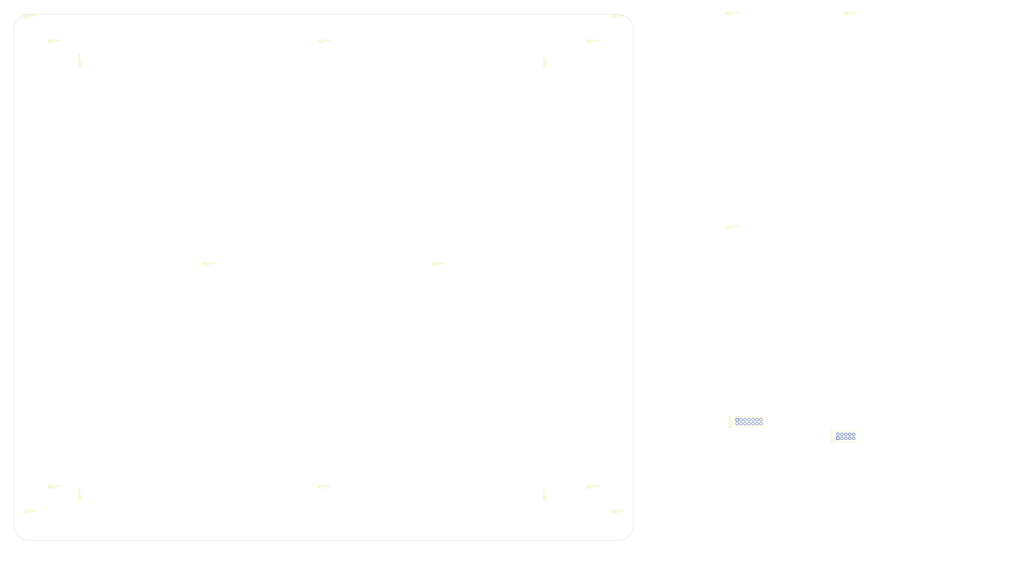
<source format=kicad_pcb>
(kicad_pcb (version 20171130) (host pcbnew 5.1.5+dfsg1-2build2)

  (general
    (thickness 1.6)
    (drawings 110)
    (tracks 0)
    (zones 0)
    (modules 39)
    (nets 1)
  )

  (page A3)
  (title_block
    (title "Democratic Sendcomm")
    (date 2021-01-16)
    (rev 0.9.4)
    (company "Europalab Devices")
    (comment 1 "Copyright © 2021, Europalab Devices")
    (comment 2 "Fulfilling requirements of 20200210")
    (comment 3 "Pending quality assurance testing")
    (comment 4 "Release revision for manufacturing")
  )

  (layers
    (0 F.Cu signal)
    (31 B.Cu signal)
    (34 B.Paste user)
    (35 F.Paste user)
    (36 B.SilkS user)
    (37 F.SilkS user)
    (38 B.Mask user)
    (39 F.Mask user)
    (40 Dwgs.User user)
    (41 Cmts.User user)
    (42 Eco1.User user)
    (43 Eco2.User user)
    (44 Edge.Cuts user)
    (45 Margin user)
    (46 B.CrtYd user)
    (47 F.CrtYd user)
    (48 B.Fab user)
    (49 F.Fab user)
  )

  (setup
    (last_trace_width 0.127)
    (trace_clearance 0.127)
    (zone_clearance 0.508)
    (zone_45_only no)
    (trace_min 0.127)
    (via_size 0.6)
    (via_drill 0.2)
    (via_min_size 0.6)
    (via_min_drill 0.2)
    (uvia_size 0.45)
    (uvia_drill 0.1)
    (uvias_allowed no)
    (uvia_min_size 0.45)
    (uvia_min_drill 0.1)
    (edge_width 0.1)
    (segment_width 0.1)
    (pcb_text_width 0.25)
    (pcb_text_size 1 1)
    (mod_edge_width 0.15)
    (mod_text_size 1 1)
    (mod_text_width 0.15)
    (pad_size 1.95 0.6)
    (pad_drill 0)
    (pad_to_mask_clearance 0)
    (aux_axis_origin 0 0)
    (visible_elements 7FFFF7FF)
    (pcbplotparams
      (layerselection 0x313fc_ffffffff)
      (usegerberextensions true)
      (usegerberattributes false)
      (usegerberadvancedattributes false)
      (creategerberjobfile false)
      (excludeedgelayer true)
      (linewidth 0.150000)
      (plotframeref false)
      (viasonmask false)
      (mode 1)
      (useauxorigin false)
      (hpglpennumber 1)
      (hpglpenspeed 20)
      (hpglpendiameter 15.000000)
      (psnegative false)
      (psa4output false)
      (plotreference true)
      (plotvalue true)
      (plotinvisibletext false)
      (padsonsilk false)
      (subtractmaskfromsilk false)
      (outputformat 1)
      (mirror false)
      (drillshape 0)
      (scaleselection 1)
      (outputdirectory "fabpanel"))
  )

  (net 0 "")

  (net_class Default "This is the default net class."
    (clearance 0.127)
    (trace_width 0.127)
    (via_dia 0.6)
    (via_drill 0.2)
    (uvia_dia 0.45)
    (uvia_drill 0.1)
  )

  (net_class Power ""
    (clearance 0.2)
    (trace_width 0.5)
    (via_dia 1)
    (via_drill 0.7)
    (uvia_dia 0.5)
    (uvia_drill 0.1)
  )

  (module Connector_PinHeader_1.27mm:PinHeader_2x05_P1.27mm_Vertical (layer F.Cu) (tedit 59FED6E3) (tstamp 5FFE09FD)
    (at 366 187 90)
    (descr "Through hole straight pin header, 2x05, 1.27mm pitch, double rows")
    (tags "Through hole pin header THT 2x05 1.27mm double row")
    (fp_text reference REF** (at 0.635 -1.695 90) (layer F.SilkS)
      (effects (font (size 1 1) (thickness 0.15)))
    )
    (fp_text value PinHeader_2x05_P1.27mm_Vertical (at 0.635 6.775 90) (layer F.Fab)
      (effects (font (size 1 1) (thickness 0.15)))
    )
    (fp_text user %R (at 0.635 2.54) (layer F.Fab)
      (effects (font (size 1 1) (thickness 0.15)))
    )
    (fp_line (start 2.85 -1.15) (end -1.6 -1.15) (layer F.CrtYd) (width 0.05))
    (fp_line (start 2.85 6.25) (end 2.85 -1.15) (layer F.CrtYd) (width 0.05))
    (fp_line (start -1.6 6.25) (end 2.85 6.25) (layer F.CrtYd) (width 0.05))
    (fp_line (start -1.6 -1.15) (end -1.6 6.25) (layer F.CrtYd) (width 0.05))
    (fp_line (start -1.13 -0.76) (end 0 -0.76) (layer F.SilkS) (width 0.12))
    (fp_line (start -1.13 0) (end -1.13 -0.76) (layer F.SilkS) (width 0.12))
    (fp_line (start 1.57753 -0.695) (end 2.4 -0.695) (layer F.SilkS) (width 0.12))
    (fp_line (start 0.76 -0.695) (end 0.96247 -0.695) (layer F.SilkS) (width 0.12))
    (fp_line (start 0.76 -0.563471) (end 0.76 -0.695) (layer F.SilkS) (width 0.12))
    (fp_line (start 0.76 0.706529) (end 0.76 0.563471) (layer F.SilkS) (width 0.12))
    (fp_line (start 0.563471 0.76) (end 0.706529 0.76) (layer F.SilkS) (width 0.12))
    (fp_line (start -1.13 0.76) (end -0.563471 0.76) (layer F.SilkS) (width 0.12))
    (fp_line (start 2.4 -0.695) (end 2.4 5.775) (layer F.SilkS) (width 0.12))
    (fp_line (start -1.13 0.76) (end -1.13 5.775) (layer F.SilkS) (width 0.12))
    (fp_line (start 0.30753 5.775) (end 0.96247 5.775) (layer F.SilkS) (width 0.12))
    (fp_line (start 1.57753 5.775) (end 2.4 5.775) (layer F.SilkS) (width 0.12))
    (fp_line (start -1.13 5.775) (end -0.30753 5.775) (layer F.SilkS) (width 0.12))
    (fp_line (start -1.07 0.2175) (end -0.2175 -0.635) (layer F.Fab) (width 0.1))
    (fp_line (start -1.07 5.715) (end -1.07 0.2175) (layer F.Fab) (width 0.1))
    (fp_line (start 2.34 5.715) (end -1.07 5.715) (layer F.Fab) (width 0.1))
    (fp_line (start 2.34 -0.635) (end 2.34 5.715) (layer F.Fab) (width 0.1))
    (fp_line (start -0.2175 -0.635) (end 2.34 -0.635) (layer F.Fab) (width 0.1))
    (pad 10 thru_hole oval (at 1.27 5.08 90) (size 1 1) (drill 0.65) (layers *.Cu *.Mask))
    (pad 9 thru_hole oval (at 0 5.08 90) (size 1 1) (drill 0.65) (layers *.Cu *.Mask))
    (pad 8 thru_hole oval (at 1.27 3.81 90) (size 1 1) (drill 0.65) (layers *.Cu *.Mask))
    (pad 7 thru_hole oval (at 0 3.81 90) (size 1 1) (drill 0.65) (layers *.Cu *.Mask))
    (pad 6 thru_hole oval (at 1.27 2.54 90) (size 1 1) (drill 0.65) (layers *.Cu *.Mask))
    (pad 5 thru_hole oval (at 0 2.54 90) (size 1 1) (drill 0.65) (layers *.Cu *.Mask))
    (pad 4 thru_hole oval (at 1.27 1.27 90) (size 1 1) (drill 0.65) (layers *.Cu *.Mask))
    (pad 3 thru_hole oval (at 0 1.27 90) (size 1 1) (drill 0.65) (layers *.Cu *.Mask))
    (pad 2 thru_hole oval (at 1.27 0 90) (size 1 1) (drill 0.65) (layers *.Cu *.Mask))
    (pad 1 thru_hole rect (at 0 0 90) (size 1 1) (drill 0.65) (layers *.Cu *.Mask))
    (model ${KISYS3DMOD}/Connector_PinHeader_1.27mm.3dshapes/PinHeader_2x05_P1.27mm_Vertical.wrl
      (at (xyz 0 0 0))
      (scale (xyz 1 1 1))
      (rotate (xyz 0 0 0))
    )
  )

  (module MountingHole:MountingHole_2.5mm (layer F.Cu) (tedit 56D1B4CB) (tstamp 5FF50DF6)
    (at 274.9325 65.0675 90)
    (descr "Mounting Hole 2.5mm, no annular")
    (tags "mounting hole 2.5mm no annular")
    (attr virtual)
    (fp_text reference REF** (at 0 -3.5 90) (layer F.SilkS)
      (effects (font (size 1 1) (thickness 0.15)))
    )
    (fp_text value MountingHole_2.5mm (at 0 3.5 90) (layer F.Fab)
      (effects (font (size 1 1) (thickness 0.15)))
    )
    (fp_circle (center 0 0) (end 2.75 0) (layer F.CrtYd) (width 0.05))
    (fp_circle (center 0 0) (end 2.5 0) (layer Cmts.User) (width 0.15))
    (fp_text user %R (at 0.3 0 90) (layer F.Fab)
      (effects (font (size 1 1) (thickness 0.15)))
    )
    (pad 1 np_thru_hole circle (at 0 0 90) (size 2.5 2.5) (drill 2.5) (layers *.Cu *.Mask))
  )

  (module MountingHole:MountingHole_2.5mm (layer F.Cu) (tedit 56D1B4CB) (tstamp 5FF50DEF)
    (at 124.9325 65.0675 90)
    (descr "Mounting Hole 2.5mm, no annular")
    (tags "mounting hole 2.5mm no annular")
    (attr virtual)
    (fp_text reference REF** (at 0 -3.5 90) (layer F.SilkS)
      (effects (font (size 1 1) (thickness 0.15)))
    )
    (fp_text value MountingHole_2.5mm (at 0 3.5 90) (layer F.Fab)
      (effects (font (size 1 1) (thickness 0.15)))
    )
    (fp_text user %R (at 0.3 0 90) (layer F.Fab)
      (effects (font (size 1 1) (thickness 0.15)))
    )
    (fp_circle (center 0 0) (end 2.5 0) (layer Cmts.User) (width 0.15))
    (fp_circle (center 0 0) (end 2.75 0) (layer F.CrtYd) (width 0.05))
    (pad 1 np_thru_hole circle (at 0 0 90) (size 2.5 2.5) (drill 2.5) (layers *.Cu *.Mask))
  )

  (module MountingHole:MountingHole_2.5mm (layer F.Cu) (tedit 56D1B4CB) (tstamp 5FF50DE0)
    (at 274.9325 205.0675 90)
    (descr "Mounting Hole 2.5mm, no annular")
    (tags "mounting hole 2.5mm no annular")
    (attr virtual)
    (fp_text reference REF** (at 0 -3.5 90) (layer F.SilkS)
      (effects (font (size 1 1) (thickness 0.15)))
    )
    (fp_text value MountingHole_2.5mm (at 0 3.5 90) (layer F.Fab)
      (effects (font (size 1 1) (thickness 0.15)))
    )
    (fp_text user %R (at 0.3 0 90) (layer F.Fab)
      (effects (font (size 1 1) (thickness 0.15)))
    )
    (fp_circle (center 0 0) (end 2.5 0) (layer Cmts.User) (width 0.15))
    (fp_circle (center 0 0) (end 2.75 0) (layer F.CrtYd) (width 0.05))
    (pad 1 np_thru_hole circle (at 0 0 90) (size 2.5 2.5) (drill 2.5) (layers *.Cu *.Mask))
  )

  (module MountingHole:MountingHole_2.5mm (layer F.Cu) (tedit 56D1B4CB) (tstamp 5FF50DC0)
    (at 124.9325 205.0675 90)
    (descr "Mounting Hole 2.5mm, no annular")
    (tags "mounting hole 2.5mm no annular")
    (attr virtual)
    (fp_text reference REF** (at 0 -3.5 90) (layer F.SilkS)
      (effects (font (size 1 1) (thickness 0.15)))
    )
    (fp_text value MountingHole_2.5mm (at 0 3.5 90) (layer F.Fab)
      (effects (font (size 1 1) (thickness 0.15)))
    )
    (fp_circle (center 0 0) (end 2.75 0) (layer F.CrtYd) (width 0.05))
    (fp_circle (center 0 0) (end 2.5 0) (layer Cmts.User) (width 0.15))
    (fp_text user %R (at 0.3 0 90) (layer F.Fab)
      (effects (font (size 1 1) (thickness 0.15)))
    )
    (pad 1 np_thru_hole circle (at 0 0 90) (size 2.5 2.5) (drill 2.5) (layers *.Cu *.Mask))
  )

  (module Connector_PinSocket_1.27mm:PinSocket_2x07_P1.27mm_Vertical (layer F.Cu) (tedit 5A19A41F) (tstamp 5FF4B553)
    (at 333.5 181 90)
    (descr "Through hole straight socket strip, 2x07, 1.27mm pitch, double cols (from Kicad 4.0.7), script generated")
    (tags "Through hole socket strip THT 2x07 1.27mm double row")
    (fp_text reference REF** (at -0.635 -2.135 90) (layer F.SilkS)
      (effects (font (size 1 1) (thickness 0.15)))
    )
    (fp_text value PinSocket_2x07_P1.27mm_Vertical (at -0.635 9.755 90) (layer F.Fab)
      (effects (font (size 1 1) (thickness 0.15)))
    )
    (fp_text user %R (at -0.635 3.81) (layer F.Fab)
      (effects (font (size 1 1) (thickness 0.15)))
    )
    (fp_line (start -2.67 8.75) (end -2.67 -1.15) (layer F.CrtYd) (width 0.05))
    (fp_line (start 1.38 8.75) (end -2.67 8.75) (layer F.CrtYd) (width 0.05))
    (fp_line (start 1.38 -1.15) (end 1.38 8.75) (layer F.CrtYd) (width 0.05))
    (fp_line (start -2.67 -1.15) (end 1.38 -1.15) (layer F.CrtYd) (width 0.05))
    (fp_line (start 0 -0.76) (end 0.95 -0.76) (layer F.SilkS) (width 0.12))
    (fp_line (start 0.95 -0.76) (end 0.95 0) (layer F.SilkS) (width 0.12))
    (fp_line (start 0.76 0.635) (end 0.95 0.635) (layer F.SilkS) (width 0.12))
    (fp_line (start 0.95 0.635) (end 0.95 8.315) (layer F.SilkS) (width 0.12))
    (fp_line (start -0.96247 8.315) (end -0.30753 8.315) (layer F.SilkS) (width 0.12))
    (fp_line (start -2.22 8.315) (end -1.57753 8.315) (layer F.SilkS) (width 0.12))
    (fp_line (start 0.30753 8.315) (end 0.95 8.315) (layer F.SilkS) (width 0.12))
    (fp_line (start -2.22 -0.695) (end -2.22 8.315) (layer F.SilkS) (width 0.12))
    (fp_line (start -0.96247 -0.695) (end -0.76 -0.695) (layer F.SilkS) (width 0.12))
    (fp_line (start -2.22 -0.695) (end -1.57753 -0.695) (layer F.SilkS) (width 0.12))
    (fp_line (start -2.16 8.255) (end -2.16 -0.635) (layer F.Fab) (width 0.1))
    (fp_line (start 0.89 8.255) (end -2.16 8.255) (layer F.Fab) (width 0.1))
    (fp_line (start 0.89 0.1275) (end 0.89 8.255) (layer F.Fab) (width 0.1))
    (fp_line (start 0.1275 -0.635) (end 0.89 0.1275) (layer F.Fab) (width 0.1))
    (fp_line (start -2.16 -0.635) (end 0.1275 -0.635) (layer F.Fab) (width 0.1))
    (pad 14 thru_hole oval (at -1.27 7.62 90) (size 1 1) (drill 0.7) (layers *.Cu *.Mask))
    (pad 13 thru_hole oval (at 0 7.62 90) (size 1 1) (drill 0.7) (layers *.Cu *.Mask))
    (pad 12 thru_hole oval (at -1.27 6.35 90) (size 1 1) (drill 0.7) (layers *.Cu *.Mask))
    (pad 11 thru_hole oval (at 0 6.35 90) (size 1 1) (drill 0.7) (layers *.Cu *.Mask))
    (pad 10 thru_hole oval (at -1.27 5.08 90) (size 1 1) (drill 0.7) (layers *.Cu *.Mask))
    (pad 9 thru_hole oval (at 0 5.08 90) (size 1 1) (drill 0.7) (layers *.Cu *.Mask))
    (pad 8 thru_hole oval (at -1.27 3.81 90) (size 1 1) (drill 0.7) (layers *.Cu *.Mask))
    (pad 7 thru_hole oval (at 0 3.81 90) (size 1 1) (drill 0.7) (layers *.Cu *.Mask))
    (pad 6 thru_hole oval (at -1.27 2.54 90) (size 1 1) (drill 0.7) (layers *.Cu *.Mask))
    (pad 5 thru_hole oval (at 0 2.54 90) (size 1 1) (drill 0.7) (layers *.Cu *.Mask))
    (pad 4 thru_hole oval (at -1.27 1.27 90) (size 1 1) (drill 0.7) (layers *.Cu *.Mask))
    (pad 3 thru_hole oval (at 0 1.27 90) (size 1 1) (drill 0.7) (layers *.Cu *.Mask))
    (pad 2 thru_hole oval (at -1.27 0 90) (size 1 1) (drill 0.7) (layers *.Cu *.Mask))
    (pad 1 thru_hole rect (at 0 0 90) (size 1 1) (drill 0.7) (layers *.Cu *.Mask))
    (model ${KISYS3DMOD}/Connector_PinSocket_1.27mm.3dshapes/PinSocket_2x07_P1.27mm_Vertical.wrl
      (at (xyz 0 0 0))
      (scale (xyz 1 1 1))
      (rotate (xyz 0 0 0))
    )
  )

  (module MountingHole:MountingHole_2.2mm_M2 (layer F.Cu) (tedit 56D1B4CB) (tstamp 5FF392D0)
    (at 332 122)
    (descr "Mounting Hole 2.2mm, no annular, M2")
    (tags "mounting hole 2.2mm no annular m2")
    (attr virtual)
    (fp_text reference REF** (at 0 -3.2) (layer F.SilkS)
      (effects (font (size 1 1) (thickness 0.15)))
    )
    (fp_text value MountingHole_2.2mm_M2 (at 0 3.2) (layer F.Fab)
      (effects (font (size 1 1) (thickness 0.15)))
    )
    (fp_text user %R (at 0.3 0) (layer F.Fab)
      (effects (font (size 1 1) (thickness 0.15)))
    )
    (fp_circle (center 0 0) (end 2.2 0) (layer Cmts.User) (width 0.15))
    (fp_circle (center 0 0) (end 2.45 0) (layer F.CrtYd) (width 0.05))
    (pad 1 np_thru_hole circle (at 0 0) (size 2.2 2.2) (drill 2.2) (layers *.Cu *.Mask))
  )

  (module MountingHole:MountingHole_2.2mm_M2 (layer F.Cu) (tedit 56D1B4CB) (tstamp 5FF39216)
    (at 370 53)
    (descr "Mounting Hole 2.2mm, no annular, M2")
    (tags "mounting hole 2.2mm no annular m2")
    (attr virtual)
    (fp_text reference REF** (at 0 -3.2) (layer F.SilkS)
      (effects (font (size 1 1) (thickness 0.15)))
    )
    (fp_text value MountingHole_2.2mm_M2 (at 0 3.2) (layer F.Fab)
      (effects (font (size 1 1) (thickness 0.15)))
    )
    (fp_text user %R (at 0.3 0) (layer F.Fab)
      (effects (font (size 1 1) (thickness 0.15)))
    )
    (fp_circle (center 0 0) (end 2.2 0) (layer Cmts.User) (width 0.15))
    (fp_circle (center 0 0) (end 2.45 0) (layer F.CrtYd) (width 0.05))
    (pad 1 np_thru_hole circle (at 0 0) (size 2.2 2.2) (drill 2.2) (layers *.Cu *.Mask))
  )

  (module MountingHole:MountingHole_2.2mm_M2 (layer F.Cu) (tedit 56D1B4CB) (tstamp 5FF391FD)
    (at 332 53)
    (descr "Mounting Hole 2.2mm, no annular, M2")
    (tags "mounting hole 2.2mm no annular m2")
    (attr virtual)
    (fp_text reference REF** (at 0 -3.2) (layer F.SilkS)
      (effects (font (size 1 1) (thickness 0.15)))
    )
    (fp_text value MountingHole_2.2mm_M2 (at 0 3.2) (layer F.Fab)
      (effects (font (size 1 1) (thickness 0.15)))
    )
    (fp_circle (center 0 0) (end 2.45 0) (layer F.CrtYd) (width 0.05))
    (fp_circle (center 0 0) (end 2.2 0) (layer Cmts.User) (width 0.15))
    (fp_text user %R (at 0.3 0) (layer F.Fab)
      (effects (font (size 1 1) (thickness 0.15)))
    )
    (pad 1 np_thru_hole circle (at 0 0) (size 2.2 2.2) (drill 2.2) (layers *.Cu *.Mask))
  )

  (module MountingHole:MountingHole_3.2mm_M3 (layer F.Cu) (tedit 56D1B4CB) (tstamp 5FF31A13)
    (at 237 135)
    (descr "Mounting Hole 3.2mm, no annular, M3")
    (tags "mounting hole 3.2mm no annular m3")
    (attr virtual)
    (fp_text reference REF** (at 0 -4.2) (layer F.SilkS)
      (effects (font (size 1 1) (thickness 0.15)))
    )
    (fp_text value MountingHole_3.2mm_M3 (at 0 4.2) (layer F.Fab)
      (effects (font (size 1 1) (thickness 0.15)))
    )
    (fp_circle (center 0 0) (end 3.45 0) (layer F.CrtYd) (width 0.05))
    (fp_circle (center 0 0) (end 3.2 0) (layer Cmts.User) (width 0.15))
    (fp_text user %R (at 0.3 0) (layer F.Fab)
      (effects (font (size 1 1) (thickness 0.15)))
    )
    (pad 1 np_thru_hole circle (at 0 0) (size 3.2 3.2) (drill 3.2) (layers *.Cu *.Mask))
  )

  (module MountingHole:MountingHole_3.2mm_M3 (layer F.Cu) (tedit 56D1B4CB) (tstamp 5FF31A4A)
    (at 163 135)
    (descr "Mounting Hole 3.2mm, no annular, M3")
    (tags "mounting hole 3.2mm no annular m3")
    (attr virtual)
    (fp_text reference REF** (at 0 -4.2) (layer F.SilkS)
      (effects (font (size 1 1) (thickness 0.15)))
    )
    (fp_text value MountingHole_3.2mm_M3 (at 0 4.2) (layer F.Fab)
      (effects (font (size 1 1) (thickness 0.15)))
    )
    (fp_circle (center 0 0) (end 3.45 0) (layer F.CrtYd) (width 0.05))
    (fp_circle (center 0 0) (end 3.2 0) (layer Cmts.User) (width 0.15))
    (fp_text user %R (at 0.3 0) (layer F.Fab)
      (effects (font (size 1 1) (thickness 0.15)))
    )
    (pad 1 np_thru_hole circle (at 0 0) (size 3.2 3.2) (drill 3.2) (layers *.Cu *.Mask))
  )

  (module MountingHole:MountingHole_3.2mm_M3 (layer F.Cu) (tedit 56D1B4CB) (tstamp 5FF319AE)
    (at 200 207)
    (descr "Mounting Hole 3.2mm, no annular, M3")
    (tags "mounting hole 3.2mm no annular m3")
    (attr virtual)
    (fp_text reference REF** (at 0 -4.2) (layer F.SilkS)
      (effects (font (size 1 1) (thickness 0.15)))
    )
    (fp_text value MountingHole_3.2mm_M3 (at 0 4.2) (layer F.Fab)
      (effects (font (size 1 1) (thickness 0.15)))
    )
    (fp_text user %R (at 0.3 0) (layer F.Fab)
      (effects (font (size 1 1) (thickness 0.15)))
    )
    (fp_circle (center 0 0) (end 3.2 0) (layer Cmts.User) (width 0.15))
    (fp_circle (center 0 0) (end 3.45 0) (layer F.CrtYd) (width 0.05))
    (pad 1 np_thru_hole circle (at 0 0) (size 3.2 3.2) (drill 3.2) (layers *.Cu *.Mask))
  )

  (module MountingHole:MountingHole_3.2mm_M3 (layer F.Cu) (tedit 56D1B4CB) (tstamp 5FF31979)
    (at 200 63)
    (descr "Mounting Hole 3.2mm, no annular, M3")
    (tags "mounting hole 3.2mm no annular m3")
    (attr virtual)
    (fp_text reference REF** (at 0 -4.2) (layer F.SilkS)
      (effects (font (size 1 1) (thickness 0.15)))
    )
    (fp_text value MountingHole_3.2mm_M3 (at 0 4.2) (layer F.Fab)
      (effects (font (size 1 1) (thickness 0.15)))
    )
    (fp_circle (center 0 0) (end 3.45 0) (layer F.CrtYd) (width 0.05))
    (fp_circle (center 0 0) (end 3.2 0) (layer Cmts.User) (width 0.15))
    (fp_text user %R (at 0.3 0) (layer F.Fab)
      (effects (font (size 1 1) (thickness 0.15)))
    )
    (pad 1 np_thru_hole circle (at 0 0) (size 3.2 3.2) (drill 3.2) (layers *.Cu *.Mask))
  )

  (module MountingHole:MountingHole_3.2mm_M3 (layer F.Cu) (tedit 56D1B4CB) (tstamp 5FF31936)
    (at 287 63)
    (descr "Mounting Hole 3.2mm, no annular, M3")
    (tags "mounting hole 3.2mm no annular m3")
    (attr virtual)
    (fp_text reference REF** (at 0 -4.2) (layer F.SilkS)
      (effects (font (size 1 1) (thickness 0.15)))
    )
    (fp_text value MountingHole_3.2mm_M3 (at 0 4.2) (layer F.Fab)
      (effects (font (size 1 1) (thickness 0.15)))
    )
    (fp_circle (center 0 0) (end 3.45 0) (layer F.CrtYd) (width 0.05))
    (fp_circle (center 0 0) (end 3.2 0) (layer Cmts.User) (width 0.15))
    (fp_text user %R (at 0.3 0) (layer F.Fab)
      (effects (font (size 1 1) (thickness 0.15)))
    )
    (pad 1 np_thru_hole circle (at 0 0) (size 3.2 3.2) (drill 3.2) (layers *.Cu *.Mask))
  )

  (module MountingHole:MountingHole_3.2mm_M3 (layer F.Cu) (tedit 56D1B4CB) (tstamp 5FF31928)
    (at 287 207)
    (descr "Mounting Hole 3.2mm, no annular, M3")
    (tags "mounting hole 3.2mm no annular m3")
    (attr virtual)
    (fp_text reference REF** (at 0 -4.2) (layer F.SilkS)
      (effects (font (size 1 1) (thickness 0.15)))
    )
    (fp_text value MountingHole_3.2mm_M3 (at 0 4.2) (layer F.Fab)
      (effects (font (size 1 1) (thickness 0.15)))
    )
    (fp_text user %R (at 0.3 0) (layer F.Fab)
      (effects (font (size 1 1) (thickness 0.15)))
    )
    (fp_circle (center 0 0) (end 3.2 0) (layer Cmts.User) (width 0.15))
    (fp_circle (center 0 0) (end 3.45 0) (layer F.CrtYd) (width 0.05))
    (pad 1 np_thru_hole circle (at 0 0) (size 3.2 3.2) (drill 3.2) (layers *.Cu *.Mask))
  )

  (module MountingHole:MountingHole_3.2mm_M3 (layer F.Cu) (tedit 56D1B4CB) (tstamp 5FF3191A)
    (at 113 207)
    (descr "Mounting Hole 3.2mm, no annular, M3")
    (tags "mounting hole 3.2mm no annular m3")
    (attr virtual)
    (fp_text reference REF** (at 0 -4.2) (layer F.SilkS)
      (effects (font (size 1 1) (thickness 0.15)))
    )
    (fp_text value MountingHole_3.2mm_M3 (at 0 4.2) (layer F.Fab)
      (effects (font (size 1 1) (thickness 0.15)))
    )
    (fp_circle (center 0 0) (end 3.45 0) (layer F.CrtYd) (width 0.05))
    (fp_circle (center 0 0) (end 3.2 0) (layer Cmts.User) (width 0.15))
    (fp_text user %R (at 0.3 0) (layer F.Fab)
      (effects (font (size 1 1) (thickness 0.15)))
    )
    (pad 1 np_thru_hole circle (at 0 0) (size 3.2 3.2) (drill 3.2) (layers *.Cu *.Mask))
  )

  (module MountingHole:MountingHole_3.2mm_M3 (layer F.Cu) (tedit 56D1B4CB) (tstamp 5FF318F7)
    (at 113 63)
    (descr "Mounting Hole 3.2mm, no annular, M3")
    (tags "mounting hole 3.2mm no annular m3")
    (attr virtual)
    (fp_text reference REF** (at 0 -4.2) (layer F.SilkS)
      (effects (font (size 1 1) (thickness 0.15)))
    )
    (fp_text value MountingHole_3.2mm_M3 (at 0 4.2) (layer F.Fab)
      (effects (font (size 1 1) (thickness 0.15)))
    )
    (fp_text user %R (at 0.3 0) (layer F.Fab)
      (effects (font (size 1 1) (thickness 0.15)))
    )
    (fp_circle (center 0 0) (end 3.2 0) (layer Cmts.User) (width 0.15))
    (fp_circle (center 0 0) (end 3.45 0) (layer F.CrtYd) (width 0.05))
    (pad 1 np_thru_hole circle (at 0 0) (size 3.2 3.2) (drill 3.2) (layers *.Cu *.Mask))
  )

  (module MountingHole:MountingHole_3.2mm_M3 (layer F.Cu) (tedit 56D1B4CB) (tstamp 5FF2D58D)
    (at 295 55)
    (descr "Mounting Hole 3.2mm, no annular, M3")
    (tags "mounting hole 3.2mm no annular m3")
    (attr virtual)
    (fp_text reference REF** (at 0 -4.2) (layer F.SilkS)
      (effects (font (size 1 1) (thickness 0.15)))
    )
    (fp_text value MountingHole_3.2mm_M3 (at 0 4.2) (layer F.Fab)
      (effects (font (size 1 1) (thickness 0.15)))
    )
    (fp_circle (center 0 0) (end 3.45 0) (layer F.CrtYd) (width 0.05))
    (fp_circle (center 0 0) (end 3.2 0) (layer Cmts.User) (width 0.15))
    (fp_text user %R (at 0.3 0) (layer F.Fab)
      (effects (font (size 1 1) (thickness 0.15)))
    )
    (pad 1 np_thru_hole circle (at 0 0) (size 3.2 3.2) (drill 3.2) (layers *.Cu *.Mask))
  )

  (module MountingHole:MountingHole_3.2mm_M3 (layer F.Cu) (tedit 56D1B4CB) (tstamp 5FF2D577)
    (at 295 215)
    (descr "Mounting Hole 3.2mm, no annular, M3")
    (tags "mounting hole 3.2mm no annular m3")
    (attr virtual)
    (fp_text reference REF** (at 0 -4.2) (layer F.SilkS)
      (effects (font (size 1 1) (thickness 0.15)))
    )
    (fp_text value MountingHole_3.2mm_M3 (at 0 4.2) (layer F.Fab)
      (effects (font (size 1 1) (thickness 0.15)))
    )
    (fp_circle (center 0 0) (end 3.45 0) (layer F.CrtYd) (width 0.05))
    (fp_circle (center 0 0) (end 3.2 0) (layer Cmts.User) (width 0.15))
    (fp_text user %R (at 0.3 0) (layer F.Fab)
      (effects (font (size 1 1) (thickness 0.15)))
    )
    (pad 1 np_thru_hole circle (at 0 0) (size 3.2 3.2) (drill 3.2) (layers *.Cu *.Mask))
  )

  (module MountingHole:MountingHole_3.2mm_M3 (layer F.Cu) (tedit 56D1B4CB) (tstamp 5FF2D561)
    (at 105 215)
    (descr "Mounting Hole 3.2mm, no annular, M3")
    (tags "mounting hole 3.2mm no annular m3")
    (attr virtual)
    (fp_text reference REF** (at 0 -4.2) (layer F.SilkS)
      (effects (font (size 1 1) (thickness 0.15)))
    )
    (fp_text value MountingHole_3.2mm_M3 (at 0 4.2) (layer F.Fab)
      (effects (font (size 1 1) (thickness 0.15)))
    )
    (fp_circle (center 0 0) (end 3.45 0) (layer F.CrtYd) (width 0.05))
    (fp_circle (center 0 0) (end 3.2 0) (layer Cmts.User) (width 0.15))
    (fp_text user %R (at 0.3 0) (layer F.Fab)
      (effects (font (size 1 1) (thickness 0.15)))
    )
    (pad 1 np_thru_hole circle (at 0 0) (size 3.2 3.2) (drill 3.2) (layers *.Cu *.Mask))
  )

  (module MountingHole:MountingHole_3.2mm_M3 (layer F.Cu) (tedit 56D1B4CB) (tstamp 5FF2D54B)
    (at 105 55)
    (descr "Mounting Hole 3.2mm, no annular, M3")
    (tags "mounting hole 3.2mm no annular m3")
    (attr virtual)
    (fp_text reference REF** (at 0 -4.2) (layer F.SilkS)
      (effects (font (size 1 1) (thickness 0.15)))
    )
    (fp_text value MountingHole_3.2mm_M3 (at 0 4.2) (layer F.Fab)
      (effects (font (size 1 1) (thickness 0.15)))
    )
    (fp_circle (center 0 0) (end 3.45 0) (layer F.CrtYd) (width 0.05))
    (fp_circle (center 0 0) (end 3.2 0) (layer Cmts.User) (width 0.15))
    (fp_text user %R (at 0.3 0) (layer F.Fab)
      (effects (font (size 1 1) (thickness 0.15)))
    )
    (pad 1 np_thru_hole circle (at 0 0) (size 3.2 3.2) (drill 3.2) (layers *.Cu *.Mask))
  )

  (module Elabdev:MountingHole_1.1mm (layer F.Cu) (tedit 5B924765) (tstamp 5FBCCC1A)
    (at 262 140.5)
    (descr "Mounting Hole 1.1mm, no annular")
    (tags "mounting hole 1.1mm no annular")
    (attr virtual)
    (fp_text reference REF** (at 0 -3.2) (layer F.SilkS) hide
      (effects (font (size 1 1) (thickness 0.15)))
    )
    (fp_text value MountingHole_1.1mm (at 0 3.2) (layer F.Fab)
      (effects (font (size 1 1) (thickness 0.15)))
    )
    (fp_text user %R (at 0.3 0) (layer F.Fab)
      (effects (font (size 1 1) (thickness 0.15)))
    )
    (fp_circle (center 0 0) (end 1.1 0) (layer Cmts.User) (width 0.15))
    (fp_circle (center 0 0) (end 1.35 0) (layer F.CrtYd) (width 0.05))
    (pad "" np_thru_hole circle (at 0 0) (size 1.1 1.1) (drill 1.1) (layers *.Cu *.Mask))
  )

  (module Elabdev:MountingHole_1.1mm (layer F.Cu) (tedit 5B924765) (tstamp 5FF31D5D)
    (at 138 129.5)
    (descr "Mounting Hole 1.1mm, no annular")
    (tags "mounting hole 1.1mm no annular")
    (attr virtual)
    (fp_text reference REF** (at 0 -3.2) (layer F.SilkS) hide
      (effects (font (size 1 1) (thickness 0.15)))
    )
    (fp_text value MountingHole_1.1mm (at 0 3.2) (layer F.Fab)
      (effects (font (size 1 1) (thickness 0.15)))
    )
    (fp_text user %R (at 0.3 0) (layer F.Fab)
      (effects (font (size 1 1) (thickness 0.15)))
    )
    (fp_circle (center 0 0) (end 1.1 0) (layer Cmts.User) (width 0.15))
    (fp_circle (center 0 0) (end 1.35 0) (layer F.CrtYd) (width 0.05))
    (pad "" np_thru_hole circle (at 0 0) (size 1.1 1.1) (drill 1.1) (layers *.Cu *.Mask))
  )

  (module Elabdev:MountingHole_1.6mm (layer F.Cu) (tedit 5B924765) (tstamp 5FBCCBDE)
    (at 262 187)
    (descr "Mounting Hole 1.6mm, no annular")
    (tags "mounting hole 1.6mm no annular")
    (attr virtual)
    (fp_text reference REF** (at 0 -3.2) (layer F.SilkS) hide
      (effects (font (size 1 1) (thickness 0.15)))
    )
    (fp_text value MountingHole_1.6mm (at 0 3.2) (layer F.Fab)
      (effects (font (size 1 1) (thickness 0.15)))
    )
    (fp_text user %R (at 0.3 0) (layer F.Fab)
      (effects (font (size 1 1) (thickness 0.15)))
    )
    (fp_circle (center 0 0) (end 1.6 0) (layer Cmts.User) (width 0.15))
    (fp_circle (center 0 0) (end 1.85 0) (layer F.CrtYd) (width 0.05))
    (pad "" np_thru_hole circle (at 0 0) (size 1.6 1.6) (drill 1.6) (layers *.Cu *.Mask))
  )

  (module Elabdev:MountingHole_1.6mm (layer F.Cu) (tedit 5B924765) (tstamp 5FBCCBC8)
    (at 262 125.5)
    (descr "Mounting Hole 1.6mm, no annular")
    (tags "mounting hole 1.6mm no annular")
    (attr virtual)
    (fp_text reference REF** (at 0 -3.2) (layer F.SilkS) hide
      (effects (font (size 1 1) (thickness 0.15)))
    )
    (fp_text value MountingHole_1.6mm (at 0 3.2) (layer F.Fab)
      (effects (font (size 1 1) (thickness 0.15)))
    )
    (fp_text user %R (at 0.3 0) (layer F.Fab)
      (effects (font (size 1 1) (thickness 0.15)))
    )
    (fp_circle (center 0 0) (end 1.6 0) (layer Cmts.User) (width 0.15))
    (fp_circle (center 0 0) (end 1.85 0) (layer F.CrtYd) (width 0.05))
    (pad "" np_thru_hole circle (at 0 0) (size 1.6 1.6) (drill 1.6) (layers *.Cu *.Mask))
  )

  (module Elabdev:MountingHole_1.6mm (layer F.Cu) (tedit 5B924765) (tstamp 5FF31D45)
    (at 138 187)
    (descr "Mounting Hole 1.6mm, no annular")
    (tags "mounting hole 1.6mm no annular")
    (attr virtual)
    (fp_text reference REF** (at 0 -3.2) (layer F.SilkS) hide
      (effects (font (size 1 1) (thickness 0.15)))
    )
    (fp_text value MountingHole_1.6mm (at 0 3.2) (layer F.Fab)
      (effects (font (size 1 1) (thickness 0.15)))
    )
    (fp_circle (center 0 0) (end 1.85 0) (layer F.CrtYd) (width 0.05))
    (fp_circle (center 0 0) (end 1.6 0) (layer Cmts.User) (width 0.15))
    (fp_text user %R (at 0.3 0) (layer F.Fab)
      (effects (font (size 1 1) (thickness 0.15)))
    )
    (pad "" np_thru_hole circle (at 0 0) (size 1.6 1.6) (drill 1.6) (layers *.Cu *.Mask))
  )

  (module Elabdev:MountingHole_1.6mm (layer F.Cu) (tedit 5B924765) (tstamp 5FF31C85)
    (at 138 144.5)
    (descr "Mounting Hole 1.6mm, no annular")
    (tags "mounting hole 1.6mm no annular")
    (attr virtual)
    (fp_text reference REF** (at 0 -3.2) (layer F.SilkS) hide
      (effects (font (size 1 1) (thickness 0.15)))
    )
    (fp_text value MountingHole_1.6mm (at 0 3.2) (layer F.Fab)
      (effects (font (size 1 1) (thickness 0.15)))
    )
    (fp_text user %R (at 0.3 0) (layer F.Fab)
      (effects (font (size 1 1) (thickness 0.15)))
    )
    (fp_circle (center 0 0) (end 1.6 0) (layer Cmts.User) (width 0.15))
    (fp_circle (center 0 0) (end 1.85 0) (layer F.CrtYd) (width 0.05))
    (pad "" np_thru_hole circle (at 0 0) (size 1.6 1.6) (drill 1.6) (layers *.Cu *.Mask))
  )

  (module Elabdev:MountingHole_1.6mm (layer F.Cu) (tedit 5B924765) (tstamp 5FBCBB5A)
    (at 262 83)
    (descr "Mounting Hole 1.6mm, no annular")
    (tags "mounting hole 1.6mm no annular")
    (attr virtual)
    (fp_text reference REF** (at 0 -3.2) (layer F.SilkS) hide
      (effects (font (size 1 1) (thickness 0.15)))
    )
    (fp_text value MountingHole_1.6mm (at 0 3.2) (layer F.Fab)
      (effects (font (size 1 1) (thickness 0.15)))
    )
    (fp_text user %R (at 0.3 0) (layer F.Fab)
      (effects (font (size 1 1) (thickness 0.15)))
    )
    (fp_circle (center 0 0) (end 1.6 0) (layer Cmts.User) (width 0.15))
    (fp_circle (center 0 0) (end 1.85 0) (layer F.CrtYd) (width 0.05))
    (pad "" np_thru_hole circle (at 0 0) (size 1.6 1.6) (drill 1.6) (layers *.Cu *.Mask))
  )

  (module Elabdev:MountingHole_1.1mm (layer F.Cu) (tedit 5B924765) (tstamp 5FBCBB0E)
    (at 262 79)
    (descr "Mounting Hole 1.1mm, no annular")
    (tags "mounting hole 1.1mm no annular")
    (attr virtual)
    (fp_text reference REF** (at 0 -3.2) (layer F.SilkS) hide
      (effects (font (size 1 1) (thickness 0.15)))
    )
    (fp_text value MountingHole_1.1mm (at 0 3.2) (layer F.Fab)
      (effects (font (size 1 1) (thickness 0.15)))
    )
    (fp_circle (center 0 0) (end 1.35 0) (layer F.CrtYd) (width 0.05))
    (fp_circle (center 0 0) (end 1.1 0) (layer Cmts.User) (width 0.15))
    (fp_text user %R (at 0.3 0) (layer F.Fab)
      (effects (font (size 1 1) (thickness 0.15)))
    )
    (pad "" np_thru_hole circle (at 0 0) (size 1.1 1.1) (drill 1.1) (layers *.Cu *.Mask))
  )

  (module Elabdev:MountingHole_1.1mm (layer F.Cu) (tedit 5B924765) (tstamp 5FBCBAE8)
    (at 262 191)
    (descr "Mounting Hole 1.1mm, no annular")
    (tags "mounting hole 1.1mm no annular")
    (attr virtual)
    (fp_text reference REF** (at 0 -3.2) (layer F.SilkS) hide
      (effects (font (size 1 1) (thickness 0.15)))
    )
    (fp_text value MountingHole_1.1mm (at 0 3.2) (layer F.Fab)
      (effects (font (size 1 1) (thickness 0.15)))
    )
    (fp_text user %R (at 0.3 0) (layer F.Fab)
      (effects (font (size 1 1) (thickness 0.15)))
    )
    (fp_circle (center 0 0) (end 1.1 0) (layer Cmts.User) (width 0.15))
    (fp_circle (center 0 0) (end 1.35 0) (layer F.CrtYd) (width 0.05))
    (pad "" np_thru_hole circle (at 0 0) (size 1.1 1.1) (drill 1.1) (layers *.Cu *.Mask))
  )

  (module Elabdev:MountingHole_1.1mm (layer F.Cu) (tedit 5B924765) (tstamp 5FF31CBE)
    (at 138 191)
    (descr "Mounting Hole 1.1mm, no annular")
    (tags "mounting hole 1.1mm no annular")
    (attr virtual)
    (fp_text reference REF** (at 0 -3.2) (layer F.SilkS) hide
      (effects (font (size 1 1) (thickness 0.15)))
    )
    (fp_text value MountingHole_1.1mm (at 0 3.2) (layer F.Fab)
      (effects (font (size 1 1) (thickness 0.15)))
    )
    (fp_text user %R (at 0.3 0) (layer F.Fab)
      (effects (font (size 1 1) (thickness 0.15)))
    )
    (fp_circle (center 0 0) (end 1.1 0) (layer Cmts.User) (width 0.15))
    (fp_circle (center 0 0) (end 1.35 0) (layer F.CrtYd) (width 0.05))
    (pad "" np_thru_hole circle (at 0 0) (size 1.1 1.1) (drill 1.1) (layers *.Cu *.Mask))
  )

  (module Elabdev:MountingHole_1.6mm (layer F.Cu) (tedit 5B924765) (tstamp 5FF31D18)
    (at 138 83)
    (descr "Mounting Hole 1.6mm, no annular")
    (tags "mounting hole 1.6mm no annular")
    (attr virtual)
    (fp_text reference REF** (at 0 -3.2) (layer F.SilkS) hide
      (effects (font (size 1 1) (thickness 0.15)))
    )
    (fp_text value MountingHole_1.6mm (at 0 3.2) (layer F.Fab)
      (effects (font (size 1 1) (thickness 0.15)))
    )
    (fp_circle (center 0 0) (end 1.85 0) (layer F.CrtYd) (width 0.05))
    (fp_circle (center 0 0) (end 1.6 0) (layer Cmts.User) (width 0.15))
    (fp_text user %R (at 0.3 0) (layer F.Fab)
      (effects (font (size 1 1) (thickness 0.15)))
    )
    (pad "" np_thru_hole circle (at 0 0) (size 1.6 1.6) (drill 1.6) (layers *.Cu *.Mask))
  )

  (module Elabdev:MountingHole_1.1mm (layer F.Cu) (tedit 5B924765) (tstamp 5FF31CEB)
    (at 138 79)
    (descr "Mounting Hole 1.1mm, no annular")
    (tags "mounting hole 1.1mm no annular")
    (attr virtual)
    (fp_text reference REF** (at 0 -3.2) (layer F.SilkS) hide
      (effects (font (size 1 1) (thickness 0.15)))
    )
    (fp_text value MountingHole_1.1mm (at 0 3.2) (layer F.Fab)
      (effects (font (size 1 1) (thickness 0.15)))
    )
    (fp_circle (center 0 0) (end 1.35 0) (layer F.CrtYd) (width 0.05))
    (fp_circle (center 0 0) (end 1.1 0) (layer Cmts.User) (width 0.15))
    (fp_text user %R (at 0.3 0) (layer F.Fab)
      (effects (font (size 1 1) (thickness 0.15)))
    )
    (pad "" np_thru_hole circle (at 0 0) (size 1.1 1.1) (drill 1.1) (layers *.Cu *.Mask))
  )

  (module Mounting_Holes:MountingHole_2.5mm (layer F.Cu) (tedit 5D1E62F3) (tstamp 5FF31CD2)
    (at 138 75)
    (descr "Mounting Hole 2.5mm, no annular")
    (tags "mounting hole 2.5mm no annular")
    (fp_text reference SH1 (at 0 -3.5) (layer F.SilkS) hide
      (effects (font (size 1 1) (thickness 0.15)))
    )
    (fp_text value MountingHole_2.5mm (at 0 3.5) (layer F.Fab)
      (effects (font (size 1 1) (thickness 0.15)))
    )
    (fp_circle (center 0 0) (end 2.5 0) (layer Cmts.User) (width 0.15))
    (fp_circle (center 0 0) (end 2.75 0) (layer F.CrtYd) (width 0.05))
    (pad "" np_thru_hole circle (at 0 0) (size 2.55 2.55) (drill 2.55) (layers *.Cu *.Paste *.Mask))
  )

  (module Mounting_Holes:MountingHole_2.5mm (layer F.Cu) (tedit 5D1E6313) (tstamp 5FF31CAB)
    (at 138 195)
    (descr "Mounting Hole 2.5mm, no annular")
    (tags "mounting hole 2.5mm no annular")
    (fp_text reference SH2 (at 0 -3.5) (layer F.SilkS) hide
      (effects (font (size 1 1) (thickness 0.15)))
    )
    (fp_text value MountingHole_2.5mm (at 0 3.5) (layer F.Fab)
      (effects (font (size 1 1) (thickness 0.15)))
    )
    (fp_circle (center 0 0) (end 2.75 0) (layer F.CrtYd) (width 0.05))
    (fp_circle (center 0 0) (end 2.5 0) (layer Cmts.User) (width 0.15))
    (pad "" np_thru_hole circle (at 0 0) (size 2.55 2.55) (drill 2.55) (layers *.Cu *.Paste *.Mask))
  )

  (module Mounting_Holes:MountingHole_2.5mm (layer F.Cu) (tedit 5D1E630C) (tstamp 5FF31CFF)
    (at 138 140)
    (descr "Mounting Hole 2.5mm, no annular")
    (tags "mounting hole 2.5mm no annular")
    (fp_text reference SH5 (at 0 -3.5) (layer F.SilkS) hide
      (effects (font (size 1 1) (thickness 0.15)))
    )
    (fp_text value MountingHole_2.5mm (at 0 3.5) (layer F.Fab)
      (effects (font (size 1 1) (thickness 0.15)))
    )
    (fp_circle (center 0 0) (end 2.75 0) (layer F.CrtYd) (width 0.05))
    (fp_circle (center 0 0) (end 2.5 0) (layer Cmts.User) (width 0.15))
    (pad "" np_thru_hole circle (at 0 0) (size 2.55 2.55) (drill 2.55) (layers *.Cu *.Paste *.Mask))
  )

  (module Mounting_Holes:MountingHole_2.5mm (layer F.Cu) (tedit 5D1E631D) (tstamp 5FBB8A15)
    (at 262 195)
    (descr "Mounting Hole 2.5mm, no annular")
    (tags "mounting hole 2.5mm no annular")
    (fp_text reference SH4 (at 0 -3.5) (layer F.SilkS) hide
      (effects (font (size 1 1) (thickness 0.15)))
    )
    (fp_text value MountingHole_2.5mm (at 0 3.5) (layer F.Fab)
      (effects (font (size 1 1) (thickness 0.15)))
    )
    (fp_circle (center 0 0) (end 2.75 0) (layer F.CrtYd) (width 0.05))
    (fp_circle (center 0 0) (end 2.5 0) (layer Cmts.User) (width 0.15))
    (pad "" np_thru_hole circle (at 0 0) (size 2.55 2.55) (drill 2.55) (layers *.Cu *.Paste *.Mask))
  )

  (module Mounting_Holes:MountingHole_2.5mm (layer F.Cu) (tedit 5D1E632E) (tstamp 5FBB8A0F)
    (at 262 75)
    (descr "Mounting Hole 2.5mm, no annular")
    (tags "mounting hole 2.5mm no annular")
    (fp_text reference SH3 (at 0 -3.5) (layer F.SilkS) hide
      (effects (font (size 1 1) (thickness 0.15)))
    )
    (fp_text value MountingHole_2.5mm (at 0 3.5) (layer F.Fab)
      (effects (font (size 1 1) (thickness 0.15)))
    )
    (fp_circle (center 0 0) (end 2.5 0) (layer Cmts.User) (width 0.15))
    (fp_circle (center 0 0) (end 2.75 0) (layer F.CrtYd) (width 0.05))
    (pad "" np_thru_hole circle (at 0 0) (size 2.55 2.55) (drill 2.55) (layers *.Cu *.Paste *.Mask))
  )

  (module Mounting_Holes:MountingHole_2.5mm (layer F.Cu) (tedit 5D1E6326) (tstamp 5FBB8A09)
    (at 262 130)
    (descr "Mounting Hole 2.5mm, no annular")
    (tags "mounting hole 2.5mm no annular")
    (fp_text reference SH6 (at 0 -3.5) (layer F.SilkS) hide
      (effects (font (size 1 1) (thickness 0.15)))
    )
    (fp_text value MountingHole_2.5mm (at 0 3.5) (layer F.Fab)
      (effects (font (size 1 1) (thickness 0.15)))
    )
    (fp_circle (center 0 0) (end 2.5 0) (layer Cmts.User) (width 0.15))
    (fp_circle (center 0 0) (end 2.75 0) (layer F.CrtYd) (width 0.05))
    (pad "" np_thru_hole circle (at 0 0) (size 2.55 2.55) (drill 2.55) (layers *.Cu *.Paste *.Mask))
  )

  (gr_line (start 372.5 159) (end 372.5 155) (layer Cmts.User) (width 0.15) (tstamp 5FFE0A61))
  (gr_text USB (at 368.5 157) (layer Cmts.User) (tstamp 5FFE0A60)
    (effects (font (size 2 2) (thickness 0.25)))
  )
  (gr_line (start 364.5 155) (end 364.5 159) (layer Cmts.User) (width 0.15) (tstamp 5FFE0A5F))
  (gr_line (start 364.5 159) (end 372.5 159) (layer Cmts.User) (width 0.15) (tstamp 5FFE0A5E))
  (dimension 17 (width 0.15) (layer Cmts.User)
    (gr_text "17,000 mm" (at 368.5 196.3) (layer Cmts.User)
      (effects (font (size 1 1) (thickness 0.15)))
    )
    (feature1 (pts (xy 377 190) (xy 377 195.586421)))
    (feature2 (pts (xy 360 190) (xy 360 195.586421)))
    (crossbar (pts (xy 360 195) (xy 377 195)))
    (arrow1a (pts (xy 377 195) (xy 375.873496 195.586421)))
    (arrow1b (pts (xy 377 195) (xy 375.873496 194.413579)))
    (arrow2a (pts (xy 360 195) (xy 361.126504 195.586421)))
    (arrow2b (pts (xy 360 195) (xy 361.126504 194.413579)))
  )
  (gr_text "J-Link Mini" (at 368.5 153) (layer Dwgs.User) (tstamp 5FFE0A51)
    (effects (font (size 1.5 1.5) (thickness 0.2)))
  )
  (gr_poly (pts (xy 345 185) (xy 330 185) (xy 330 155) (xy 345 155)) (layer Dwgs.User) (width 0.1))
  (dimension 35 (width 0.15) (layer Cmts.User)
    (gr_text "35,000 mm" (at 383.3 172.5 90) (layer Cmts.User)
      (effects (font (size 1 1) (thickness 0.15)))
    )
    (feature1 (pts (xy 377 155) (xy 382.586421 155)))
    (feature2 (pts (xy 377 190) (xy 382.586421 190)))
    (crossbar (pts (xy 382 190) (xy 382 155)))
    (arrow1a (pts (xy 382 155) (xy 382.586421 156.126504)))
    (arrow1b (pts (xy 382 155) (xy 381.413579 156.126504)))
    (arrow2a (pts (xy 382 190) (xy 382.586421 188.873496)))
    (arrow2b (pts (xy 382 190) (xy 381.413579 188.873496)))
  )
  (gr_poly (pts (xy 377 190) (xy 360 190) (xy 360 155) (xy 377 155)) (layer Dwgs.User) (width 0.1))
  (gr_text Breakneck (at 134 63) (layer Dwgs.User)
    (effects (font (size 1 1) (thickness 0.15)))
  )
  (gr_line (start 270.9325 205.0675) (end 128.9325 205.0675) (layer Dwgs.User) (width 0.15))
  (gr_line (start 274.9325 69.0675) (end 274.9325 201.0675) (layer Dwgs.User) (width 0.15))
  (gr_line (start 128.9325 65.0675) (end 270.9325 65.0675) (layer Dwgs.User) (width 0.15))
  (gr_line (start 124.9325 201.0675) (end 124.9325 69.0675) (layer Dwgs.User) (width 0.15))
  (gr_line (start 341 159) (end 341 155) (layer Cmts.User) (width 0.15))
  (gr_line (start 333 159) (end 341 159) (layer Cmts.User) (width 0.15))
  (gr_line (start 333 155) (end 333 159) (layer Cmts.User) (width 0.15))
  (gr_text USB (at 337 157) (layer Cmts.User)
    (effects (font (size 2 2) (thickness 0.25)))
  )
  (dimension 15 (width 0.15) (layer Cmts.User)
    (gr_text "15,000 mm" (at 337.5 191.3) (layer Cmts.User)
      (effects (font (size 1 1) (thickness 0.15)))
    )
    (feature1 (pts (xy 345 185) (xy 345 190.586421)))
    (feature2 (pts (xy 330 185) (xy 330 190.586421)))
    (crossbar (pts (xy 330 190) (xy 345 190)))
    (arrow1a (pts (xy 345 190) (xy 343.873496 190.586421)))
    (arrow1b (pts (xy 345 190) (xy 343.873496 189.413579)))
    (arrow2a (pts (xy 330 190) (xy 331.126504 190.586421)))
    (arrow2b (pts (xy 330 190) (xy 331.126504 189.413579)))
  )
  (dimension 30 (width 0.15) (layer Cmts.User)
    (gr_text "30,000 mm" (at 351.3 170 90) (layer Cmts.User)
      (effects (font (size 1 1) (thickness 0.15)))
    )
    (feature1 (pts (xy 345 155) (xy 350.586421 155)))
    (feature2 (pts (xy 345 185) (xy 350.586421 185)))
    (crossbar (pts (xy 350 185) (xy 350 155)))
    (arrow1a (pts (xy 350 155) (xy 350.586421 156.126504)))
    (arrow1b (pts (xy 350 155) (xy 349.413579 156.126504)))
    (arrow2a (pts (xy 350 185) (xy 350.586421 183.873496)))
    (arrow2b (pts (xy 350 185) (xy 349.413579 183.873496)))
  )
  (gr_text "STLink Mini" (at 337.5 153) (layer Dwgs.User) (tstamp 5FFE0A4D)
    (effects (font (size 1.5 1.5) (thickness 0.2)))
  )
  (gr_line (start 390 72) (end 390 123) (layer Dwgs.User) (width 0.15))
  (gr_line (start 390 52) (end 390 60) (layer Dwgs.User) (width 0.15))
  (gr_line (start 413 50) (end 423 50) (layer Dwgs.User) (width 0.15))
  (gr_line (start 392 50) (end 401 50) (layer Dwgs.User) (width 0.15))
  (gr_text "There are only\nthree M2 holes" (at 402 66) (layer Dwgs.User) (tstamp 5FF33DF0)
    (effects (font (size 1 1) (thickness 0.15)) (justify left))
  )
  (gr_text "About 69mm\nHole to hole" (at 390 66 90) (layer Dwgs.User) (tstamp 5FF33DD4)
    (effects (font (size 1 1) (thickness 0.15)))
  )
  (gr_text "About 38mm\nHole to hole" (at 407 50) (layer Dwgs.User)
    (effects (font (size 1 1) (thickness 0.15)))
  )
  (gr_circle (center 390 125) (end 391 125) (layer Dwgs.User) (width 0.15))
  (gr_circle (center 425 50) (end 426 50) (layer Dwgs.User) (width 0.15))
  (gr_circle (center 390 50) (end 391 50) (layer Dwgs.User) (width 0.15))
  (dimension 75 (width 0.15) (layer Cmts.User)
    (gr_text "75 mm" (at 381.3 87.5 90) (layer Cmts.User)
      (effects (font (size 1 1) (thickness 0.15)))
    )
    (feature1 (pts (xy 376 50) (xy 380.586421 50)))
    (feature2 (pts (xy 376 125) (xy 380.586421 125)))
    (crossbar (pts (xy 380 125) (xy 380 50)))
    (arrow1a (pts (xy 380 50) (xy 380.586421 51.126504)))
    (arrow1b (pts (xy 380 50) (xy 379.413579 51.126504)))
    (arrow2a (pts (xy 380 125) (xy 380.586421 123.873496)))
    (arrow2b (pts (xy 380 125) (xy 379.413579 123.873496)))
  )
  (dimension 44 (width 0.15) (layer Cmts.User)
    (gr_text "44 mm" (at 351 134.3) (layer Cmts.User)
      (effects (font (size 1 1) (thickness 0.15)))
    )
    (feature1 (pts (xy 373 129) (xy 373 133.586421)))
    (feature2 (pts (xy 329 129) (xy 329 133.586421)))
    (crossbar (pts (xy 329 133) (xy 373 133)))
    (arrow1a (pts (xy 373 133) (xy 371.873496 133.586421)))
    (arrow1b (pts (xy 373 133) (xy 371.873496 132.413579)))
    (arrow2a (pts (xy 329 133) (xy 330.126504 133.586421)))
    (arrow2b (pts (xy 329 133) (xy 330.126504 132.413579)))
  )
  (gr_text "Atmel ICE" (at 351 47) (layer Dwgs.User)
    (effects (font (size 2 2) (thickness 0.25)))
  )
  (gr_poly (pts (xy 357 130) (xy 345 130) (xy 345 125) (xy 357 125)) (layer Dwgs.User) (width 0.1))
  (gr_poly (pts (xy 373 125) (xy 329 125) (xy 329 50) (xy 373 50)) (layer Dwgs.User) (width 0.1))
  (dimension 200 (width 0.15) (layer Cmts.User)
    (gr_text "200 mm" (at 200 229.3) (layer Cmts.User)
      (effects (font (size 1 1) (thickness 0.15)))
    )
    (feature1 (pts (xy 300 224) (xy 300 228.586421)))
    (feature2 (pts (xy 100 224) (xy 100 228.586421)))
    (crossbar (pts (xy 100 228) (xy 300 228)))
    (arrow1a (pts (xy 300 228) (xy 298.873496 228.586421)))
    (arrow1b (pts (xy 300 228) (xy 298.873496 227.413579)))
    (arrow2a (pts (xy 100 228) (xy 101.126504 228.586421)))
    (arrow2b (pts (xy 100 228) (xy 101.126504 227.413579)))
  )
  (dimension 170 (width 0.15) (layer Cmts.User)
    (gr_text "170 mm" (at 309.3 135 90) (layer Cmts.User)
      (effects (font (size 1 1) (thickness 0.15)))
    )
    (feature1 (pts (xy 304 50) (xy 308.586421 50)))
    (feature2 (pts (xy 304 220) (xy 308.586421 220)))
    (crossbar (pts (xy 308 220) (xy 308 50)))
    (arrow1a (pts (xy 308 50) (xy 308.586421 51.126504)))
    (arrow1b (pts (xy 308 50) (xy 307.413579 51.126504)))
    (arrow2a (pts (xy 308 220) (xy 308.586421 218.873496)))
    (arrow2b (pts (xy 308 220) (xy 307.413579 218.873496)))
  )
  (gr_arc (start 295 55) (end 300 55) (angle -90) (layer Edge.Cuts) (width 0.1) (tstamp 5FF2D5A1))
  (gr_arc (start 295 215) (end 295 220) (angle -90) (layer Edge.Cuts) (width 0.1) (tstamp 5FF2D59F))
  (gr_arc (start 105 215) (end 100 215) (angle -90) (layer Edge.Cuts) (width 0.1) (tstamp 5FF2D59D))
  (gr_arc (start 105 55) (end 105 50) (angle -90) (layer Edge.Cuts) (width 0.1))
  (gr_line (start 295 50) (end 105 50) (layer Edge.Cuts) (width 0.1) (tstamp 5FF28184))
  (gr_line (start 300 215) (end 300 55) (layer Edge.Cuts) (width 0.1))
  (gr_line (start 105 220) (end 295 220) (layer Edge.Cuts) (width 0.1))
  (gr_line (start 100 55) (end 100 215) (layer Edge.Cuts) (width 0.1))
  (gr_line (start 239.71599 132.875) (end 239.71599 135.125) (layer Dwgs.User) (width 0.05) (tstamp 5FE8BDEE))
  (gr_line (start 243.78401 135.125) (end 243.78401 132.875) (layer Dwgs.User) (width 0.05) (tstamp 5FE8BDED))
  (gr_arc (start 238.125 132.875) (end 239.25 131.75) (angle 45) (layer Dwgs.User) (width 0.05) (tstamp 5FE8BDEC))
  (gr_arc (start 238.125 135.125) (end 239.25 136.25) (angle -45) (layer Dwgs.User) (width 0.05) (tstamp 5FE8BDEB))
  (gr_arc (start 245.375 132.875) (end 244.25 131.75) (angle -45) (layer Dwgs.User) (width 0.05) (tstamp 5FE8BDEA))
  (gr_arc (start 245.375 135.125) (end 244.25 136.25) (angle 45) (layer Dwgs.User) (width 0.05) (tstamp 5FE8BDE9))
  (gr_arc (start 213.125 132.875) (end 214.25 131.75) (angle 45) (layer Dwgs.User) (width 0.05) (tstamp 5FE8BDE2))
  (gr_line (start 214.71599 132.875) (end 214.71599 135.125) (layer Dwgs.User) (width 0.05) (tstamp 5FE8BDE1))
  (gr_arc (start 213.125 135.125) (end 214.25 136.25) (angle -45) (layer Dwgs.User) (width 0.05) (tstamp 5FE8BDE0))
  (gr_arc (start 220.375 135.125) (end 219.25 136.25) (angle 45) (layer Dwgs.User) (width 0.05) (tstamp 5FE8BDDF))
  (gr_line (start 218.78401 135.125) (end 218.78401 132.875) (layer Dwgs.User) (width 0.05) (tstamp 5FE8BDDE))
  (gr_arc (start 220.375 132.875) (end 219.25 131.75) (angle -45) (layer Dwgs.User) (width 0.05) (tstamp 5FE8BDDD))
  (gr_arc (start 179.625 135.125) (end 180.75 136.25) (angle -45) (layer Dwgs.User) (width 0.05) (tstamp 5FE8BDD6))
  (gr_line (start 181.21599 132.875) (end 181.21599 135.125) (layer Dwgs.User) (width 0.05) (tstamp 5FE8BDD5))
  (gr_arc (start 179.625 132.875) (end 180.75 131.75) (angle 45) (layer Dwgs.User) (width 0.05) (tstamp 5FE8BDD4))
  (gr_line (start 185.28401 135.125) (end 185.28401 132.875) (layer Dwgs.User) (width 0.05) (tstamp 5FE8BDD3))
  (gr_arc (start 186.875 132.875) (end 185.75 131.75) (angle -45) (layer Dwgs.User) (width 0.05) (tstamp 5FE8BDD2))
  (gr_arc (start 186.875 135.125) (end 185.75 136.25) (angle 45) (layer Dwgs.User) (width 0.05) (tstamp 5FE8BDD1))
  (gr_arc (start 161.875 132.875) (end 160.75 131.75) (angle -45) (layer Dwgs.User) (width 0.05) (tstamp 5FE8BDB1))
  (gr_line (start 160.28401 135.125) (end 160.28401 132.875) (layer Dwgs.User) (width 0.05) (tstamp 5FE8BDB0))
  (gr_arc (start 161.875 135.125) (end 160.75 136.25) (angle 45) (layer Dwgs.User) (width 0.05) (tstamp 5FE8BDAF))
  (gr_line (start 156.21599 132.875) (end 156.21599 135.125) (layer Dwgs.User) (width 0.05) (tstamp 5FF31D0F))
  (gr_arc (start 154.625 135.125) (end 155.75 136.25) (angle -45) (layer Dwgs.User) (width 0.05) (tstamp 5FF31D0C))
  (gr_arc (start 200 185.5) (end 201.25 184.25) (angle -90) (layer Dwgs.User) (width 0.05) (tstamp 5FE8BD55))
  (gr_arc (start 200 178) (end 198.75 179.25) (angle -90) (layer Dwgs.User) (width 0.05) (tstamp 5FE8BD54))
  (gr_arc (start 200 152) (end 198.75 153.25) (angle -90) (layer Dwgs.User) (width 0.05) (tstamp 5FE8BD51))
  (gr_arc (start 200 159.5) (end 201.25 158.25) (angle -90) (layer Dwgs.User) (width 0.05) (tstamp 5FE8BD50))
  (gr_arc (start 200 118) (end 201.25 116.75) (angle -90) (layer Dwgs.User) (width 0.05) (tstamp 5FE8BD4D))
  (gr_arc (start 200 110.5) (end 198.75 111.75) (angle -90) (layer Dwgs.User) (width 0.05) (tstamp 5FE8BD4C))
  (gr_arc (start 200 92) (end 201.25 90.75) (angle -90) (layer Dwgs.User) (width 0.05) (tstamp 5FE8BD47))
  (gr_arc (start 200 84.5) (end 198.75 85.75) (angle -90) (layer Dwgs.User) (width 0.05))
  (gr_arc (start 154.625 132.875) (end 155.75 131.75) (angle 45) (layer Dwgs.User) (width 0.05) (tstamp 5FF31CE2))
  (gr_line (start 135.5 201.25) (end 140.5 201.25) (angle 90) (layer Dwgs.User) (width 0.05) (tstamp 5FF31D6E))
  (gr_line (start 259.5 68.75) (end 264.5 68.75) (angle 90) (layer Dwgs.User) (width 0.05) (tstamp 5FE8B3C6))
  (gr_line (start 259.5 116.75) (end 259.5 153.25) (layer Dwgs.User) (width 0.05) (tstamp 5FBD89C1))
  (gr_line (start 259.5 90.75) (end 259.5 111.75) (layer Dwgs.User) (width 0.05) (tstamp 5FBD89BE))
  (gr_line (start 259.5 68.75) (end 259.5 85.75) (layer Dwgs.User) (width 0.05) (tstamp 5FBD89BB))
  (gr_arc (start 258.375 117.875) (end 257.25 116.75) (angle 90) (layer Dwgs.User) (width 0.05) (tstamp 5FBD2041))
  (gr_arc (start 258.375 110.625) (end 259.5 111.75) (angle 90) (layer Dwgs.User) (width 0.05) (tstamp 5FBD203E))
  (gr_arc (start 258.375 91.875) (end 257.25 90.75) (angle 90) (layer Dwgs.User) (width 0.05) (tstamp 5FBD203B))
  (gr_arc (start 258.375 84.625) (end 259.5 85.75) (angle 90) (layer Dwgs.User) (width 0.05) (tstamp 5FBD2038))
  (gr_line (start 135.5 68.75) (end 140.5 68.75) (angle 90) (layer Dwgs.User) (width 0.05) (tstamp 5FF31CA3))
  (gr_line (start 264.5 201.25) (end 264.5 68.75) (angle 90) (layer Dwgs.User) (width 0.05) (tstamp 5FBB8A52))
  (gr_line (start 259.5 201.25) (end 264.5 201.25) (angle 90) (layer Dwgs.User) (width 0.05) (tstamp 5FBB8A42))
  (gr_line (start 135.5 201.25) (end 135.5 68.75) (angle 90) (layer Dwgs.User) (width 0.05) (tstamp 5FF31CA0))
  (gr_line (start 140.5 90.75) (end 140.5 111.75) (layer Dwgs.User) (width 0.05) (tstamp 5FF31C9D))
  (gr_arc (start 141.625 117.875) (end 140.5 116.75) (angle 90) (layer Dwgs.User) (width 0.05) (tstamp 5FF31C9A))
  (gr_arc (start 141.625 91.875) (end 140.5 90.75) (angle 90) (layer Dwgs.User) (width 0.05) (tstamp 5FF31C97))
  (gr_arc (start 141.625 84.625) (end 142.75 85.75) (angle 90) (layer Dwgs.User) (width 0.05) (tstamp 5FF31C94))
  (gr_arc (start 141.625 110.625) (end 142.75 111.75) (angle 90) (layer Dwgs.User) (width 0.05) (tstamp 5FF31D3C))
  (gr_line (start 140.5 68.75) (end 140.5 85.75) (layer Dwgs.User) (width 0.05) (tstamp 5FF31D39))
  (gr_line (start 140.5 116.75) (end 140.5 153.25) (layer Dwgs.User) (width 0.05) (tstamp 5FF31D36))
  (gr_line (start 140.5 158.25) (end 140.5 179.25) (layer Dwgs.User) (width 0.05) (tstamp 5FF31D33))
  (gr_arc (start 141.625 185.375) (end 140.5 184.25) (angle 90) (layer Dwgs.User) (width 0.05) (tstamp 5FF31D30))
  (gr_arc (start 141.625 159.375) (end 140.5 158.25) (angle 90) (layer Dwgs.User) (width 0.05) (tstamp 5FF31D2D))
  (gr_arc (start 141.625 152.125) (end 142.75 153.25) (angle 90) (layer Dwgs.User) (width 0.05) (tstamp 5FF31D2A))
  (gr_arc (start 141.625 178.125) (end 142.75 179.25) (angle 90) (layer Dwgs.User) (width 0.05) (tstamp 5FF31D27))
  (gr_line (start 140.5 184.25) (end 140.5 201.25) (layer Dwgs.User) (width 0.05) (tstamp 5FF31D54))
  (gr_line (start 259.5 201.25) (end 259.5 184.25) (layer Dwgs.User) (width 0.05) (tstamp 5F680CE7))
  (gr_line (start 259.5 179.25) (end 259.5 158.25) (layer Dwgs.User) (width 0.05) (tstamp 5F4C201B))
  (gr_arc (start 258.375 159.375) (end 257.25 158.25) (angle 90) (layer Dwgs.User) (width 0.05) (tstamp 5F4C1099))
  (gr_arc (start 258.375 152.125) (end 259.5 153.25) (angle 90) (layer Dwgs.User) (width 0.05) (tstamp 5F4C1089))
  (gr_arc (start 258.375 185.375) (end 257.25 184.25) (angle 90) (layer Dwgs.User) (width 0.05) (tstamp 5F4C1077))
  (gr_arc (start 258.375 178.125) (end 259.5 179.25) (angle 90) (layer Dwgs.User) (width 0.05) (tstamp 5F4C1076))

)

</source>
